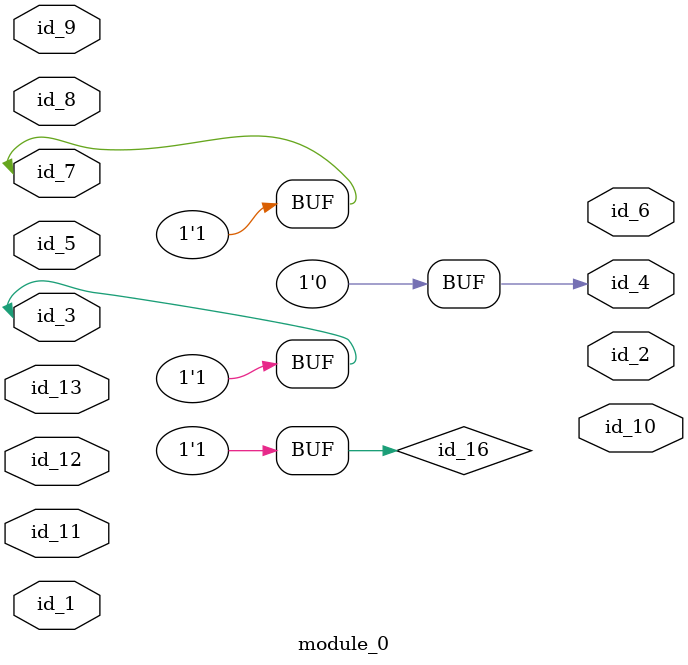
<source format=v>
module module_0 (
    id_1,
    id_2,
    id_3,
    id_4,
    id_5,
    id_6,
    id_7,
    id_8,
    id_9,
    id_10,
    id_11,
    id_12,
    id_13
);
  inout wire id_13;
  input wire id_12;
  input wire id_11;
  output wire id_10;
  input wire id_9;
  input wire id_8;
  inout wire id_7;
  output wire id_6;
  input wire id_5;
  output wire id_4;
  inout wire id_3;
  output wire id_2;
  inout wire id_1;
  assign id_3 = -1;
  assign id_3 = id_7;
  assign id_7 = 1;
  wire id_14, id_15;
  wand id_16, id_17;
  assign id_16 = -1;
  assign id_4  = -1'd0;
  wire id_18;
  wire id_19;
endmodule
module module_1;
  wire id_1, id_2;
  wire id_3, id_4;
  module_0 modCall_1 (
      id_3,
      id_3,
      id_4,
      id_3,
      id_3,
      id_4,
      id_3,
      id_2,
      id_3,
      id_1,
      id_2,
      id_2,
      id_2
  );
endmodule

</source>
